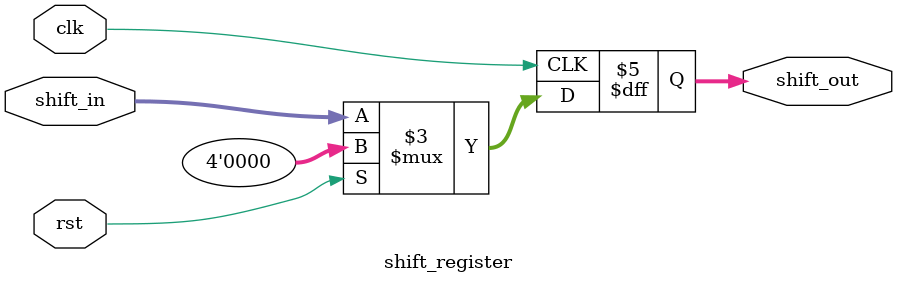
<source format=v>
module shift_register (
    input clk,
    input rst,
    input [3:0] shift_in,
    output reg [3:0] shift_out
);

always @(posedge clk) begin
    if (rst) begin
        shift_out <= 4'b0000;
    end else begin
        shift_out <= {shift_out[2:0], shift_in};
    end
end

endmodule
</source>
